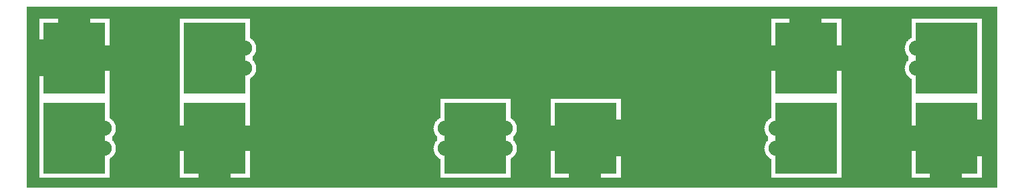
<source format=gtl>
G04 MADE WITH FRITZING*
G04 WWW.FRITZING.ORG*
G04 DOUBLE SIDED*
G04 HOLES PLATED*
G04 CONTOUR ON CENTER OF CONTOUR VECTOR*
%ASAXBY*%
%FSLAX23Y23*%
%MOIN*%
%OFA0B0*%
%SFA1.0B1.0*%
%ADD10C,0.075000*%
%ADD11C,0.075433*%
%ADD12R,0.311111X0.355556*%
%ADD13C,0.128000*%
%ADD14C,0.024000*%
%LNCOPPER1*%
G90*
G70*
G54D10*
X527Y804D03*
G54D11*
X427Y237D03*
X427Y337D03*
X1127Y637D03*
X1127Y737D03*
X2127Y237D03*
X2127Y337D03*
X3777Y337D03*
X3777Y237D03*
X4477Y637D03*
X4477Y737D03*
X2427Y337D03*
X2427Y237D03*
G54D12*
X977Y687D03*
X4627Y287D03*
X4627Y687D03*
X3927Y287D03*
X3927Y687D03*
X2827Y287D03*
X2277Y287D03*
X977Y287D03*
X277Y287D03*
X277Y687D03*
G54D13*
X1825Y286D02*
X1127Y287D01*
D02*
X2028Y688D02*
X1925Y589D01*
D02*
X2578Y688D02*
X2028Y688D01*
D02*
X2677Y287D02*
X2578Y286D01*
D02*
X2578Y286D02*
X2578Y688D01*
D02*
X2578Y688D02*
X3777Y687D01*
D02*
X4377Y286D02*
X4278Y386D01*
D02*
X4477Y287D02*
X4377Y286D01*
D02*
X4178Y688D02*
X4077Y688D01*
D02*
X727Y286D02*
X827Y287D01*
D02*
X427Y688D02*
X528Y688D01*
D02*
X528Y688D02*
X628Y589D01*
D02*
X1925Y386D02*
X1825Y286D01*
D02*
X1925Y589D02*
X1925Y386D01*
D02*
X628Y589D02*
X628Y386D01*
D02*
X628Y386D02*
X727Y286D01*
D02*
X4278Y386D02*
X4278Y589D01*
D02*
X4278Y589D02*
X4178Y688D01*
G54D14*
D02*
X3827Y287D02*
X3797Y317D01*
D02*
X3797Y258D02*
X3827Y287D01*
D02*
X2177Y287D02*
X2277Y287D01*
D02*
X2177Y287D02*
X2147Y317D01*
D02*
X2147Y258D02*
X2177Y287D01*
D02*
X4528Y687D02*
X4627Y687D01*
D02*
X4528Y687D02*
X4497Y717D01*
D02*
X4497Y657D02*
X4528Y687D01*
D02*
X3827Y287D02*
X3927Y287D01*
D02*
X377Y287D02*
X277Y287D01*
D02*
X377Y287D02*
X406Y317D01*
D02*
X406Y258D02*
X377Y287D01*
D02*
X1078Y687D02*
X977Y687D01*
D02*
X1078Y687D02*
X1107Y717D01*
D02*
X1107Y658D02*
X1078Y687D01*
D02*
X2375Y286D02*
X2406Y317D01*
D02*
X2277Y287D02*
X2375Y286D01*
D02*
X2277Y287D02*
X2375Y286D01*
D02*
X2375Y286D02*
X2406Y257D01*
G36*
X40Y944D02*
X40Y884D01*
X4802Y884D01*
X4802Y90D01*
X4880Y90D01*
X4880Y944D01*
X40Y944D01*
G37*
D02*
G36*
X40Y884D02*
X40Y90D01*
X102Y90D01*
X102Y884D01*
X40Y884D01*
G37*
D02*
G36*
X452Y884D02*
X452Y388D01*
X456Y388D01*
X456Y386D01*
X458Y386D01*
X458Y384D01*
X460Y384D01*
X460Y382D01*
X464Y382D01*
X464Y380D01*
X466Y380D01*
X466Y378D01*
X468Y378D01*
X468Y376D01*
X470Y376D01*
X470Y374D01*
X472Y374D01*
X472Y370D01*
X474Y370D01*
X474Y368D01*
X476Y368D01*
X476Y364D01*
X478Y364D01*
X478Y362D01*
X480Y362D01*
X480Y356D01*
X482Y356D01*
X482Y348D01*
X484Y348D01*
X484Y326D01*
X482Y326D01*
X482Y318D01*
X480Y318D01*
X480Y312D01*
X478Y312D01*
X478Y308D01*
X476Y308D01*
X476Y306D01*
X474Y306D01*
X474Y302D01*
X472Y302D01*
X472Y300D01*
X470Y300D01*
X470Y298D01*
X468Y298D01*
X468Y276D01*
X470Y276D01*
X470Y274D01*
X472Y274D01*
X472Y270D01*
X474Y270D01*
X474Y268D01*
X476Y268D01*
X476Y264D01*
X478Y264D01*
X478Y262D01*
X480Y262D01*
X480Y256D01*
X482Y256D01*
X482Y248D01*
X484Y248D01*
X484Y226D01*
X482Y226D01*
X482Y218D01*
X480Y218D01*
X480Y212D01*
X478Y212D01*
X478Y208D01*
X476Y208D01*
X476Y206D01*
X474Y206D01*
X474Y202D01*
X472Y202D01*
X472Y200D01*
X470Y200D01*
X470Y198D01*
X468Y198D01*
X468Y196D01*
X466Y196D01*
X466Y194D01*
X464Y194D01*
X464Y192D01*
X462Y192D01*
X462Y190D01*
X458Y190D01*
X458Y188D01*
X456Y188D01*
X456Y186D01*
X452Y186D01*
X452Y90D01*
X802Y90D01*
X802Y884D01*
X452Y884D01*
G37*
D02*
G36*
X1152Y884D02*
X1152Y788D01*
X1156Y788D01*
X1156Y786D01*
X1158Y786D01*
X1158Y784D01*
X1160Y784D01*
X1160Y782D01*
X1164Y782D01*
X1164Y780D01*
X1166Y780D01*
X1166Y778D01*
X1168Y778D01*
X1168Y776D01*
X1170Y776D01*
X1170Y774D01*
X1172Y774D01*
X1172Y770D01*
X1174Y770D01*
X1174Y768D01*
X1176Y768D01*
X1176Y764D01*
X1178Y764D01*
X1178Y762D01*
X1180Y762D01*
X1180Y756D01*
X1182Y756D01*
X1182Y748D01*
X1184Y748D01*
X1184Y726D01*
X1182Y726D01*
X1182Y718D01*
X1180Y718D01*
X1180Y712D01*
X1178Y712D01*
X1178Y708D01*
X1176Y708D01*
X1176Y706D01*
X1174Y706D01*
X1174Y702D01*
X1172Y702D01*
X1172Y700D01*
X1170Y700D01*
X1170Y698D01*
X1168Y698D01*
X1168Y676D01*
X1170Y676D01*
X1170Y674D01*
X1172Y674D01*
X1172Y670D01*
X1174Y670D01*
X1174Y668D01*
X1176Y668D01*
X1176Y664D01*
X1178Y664D01*
X1178Y662D01*
X1180Y662D01*
X1180Y656D01*
X1182Y656D01*
X1182Y648D01*
X1184Y648D01*
X1184Y626D01*
X1182Y626D01*
X1182Y618D01*
X1180Y618D01*
X1180Y612D01*
X1178Y612D01*
X1178Y608D01*
X1176Y608D01*
X1176Y606D01*
X1174Y606D01*
X1174Y602D01*
X1172Y602D01*
X1172Y600D01*
X1170Y600D01*
X1170Y598D01*
X1168Y598D01*
X1168Y596D01*
X1166Y596D01*
X1166Y594D01*
X1164Y594D01*
X1164Y592D01*
X1162Y592D01*
X1162Y590D01*
X1158Y590D01*
X1158Y588D01*
X1156Y588D01*
X1156Y586D01*
X1152Y586D01*
X1152Y484D01*
X3002Y484D01*
X3002Y90D01*
X3752Y90D01*
X3752Y186D01*
X3748Y186D01*
X3748Y188D01*
X3744Y188D01*
X3744Y190D01*
X3742Y190D01*
X3742Y192D01*
X3740Y192D01*
X3740Y194D01*
X3738Y194D01*
X3738Y196D01*
X3736Y196D01*
X3736Y198D01*
X3734Y198D01*
X3734Y200D01*
X3732Y200D01*
X3732Y202D01*
X3730Y202D01*
X3730Y204D01*
X3728Y204D01*
X3728Y208D01*
X3726Y208D01*
X3726Y212D01*
X3724Y212D01*
X3724Y216D01*
X3722Y216D01*
X3722Y222D01*
X3720Y222D01*
X3720Y236D01*
X3718Y236D01*
X3718Y238D01*
X3720Y238D01*
X3720Y252D01*
X3722Y252D01*
X3722Y258D01*
X3724Y258D01*
X3724Y262D01*
X3726Y262D01*
X3726Y266D01*
X3728Y266D01*
X3728Y270D01*
X3730Y270D01*
X3730Y272D01*
X3732Y272D01*
X3732Y274D01*
X3734Y274D01*
X3734Y276D01*
X3736Y276D01*
X3736Y298D01*
X3734Y298D01*
X3734Y300D01*
X3732Y300D01*
X3732Y302D01*
X3730Y302D01*
X3730Y304D01*
X3728Y304D01*
X3728Y308D01*
X3726Y308D01*
X3726Y312D01*
X3724Y312D01*
X3724Y316D01*
X3722Y316D01*
X3722Y322D01*
X3720Y322D01*
X3720Y336D01*
X3718Y336D01*
X3718Y338D01*
X3720Y338D01*
X3720Y352D01*
X3722Y352D01*
X3722Y358D01*
X3724Y358D01*
X3724Y362D01*
X3726Y362D01*
X3726Y366D01*
X3728Y366D01*
X3728Y370D01*
X3730Y370D01*
X3730Y372D01*
X3732Y372D01*
X3732Y374D01*
X3734Y374D01*
X3734Y376D01*
X3736Y376D01*
X3736Y378D01*
X3738Y378D01*
X3738Y380D01*
X3740Y380D01*
X3740Y382D01*
X3742Y382D01*
X3742Y384D01*
X3746Y384D01*
X3746Y386D01*
X3748Y386D01*
X3748Y388D01*
X3752Y388D01*
X3752Y884D01*
X1152Y884D01*
G37*
D02*
G36*
X4102Y884D02*
X4102Y90D01*
X4452Y90D01*
X4452Y586D01*
X4448Y586D01*
X4448Y588D01*
X4444Y588D01*
X4444Y590D01*
X4442Y590D01*
X4442Y592D01*
X4440Y592D01*
X4440Y594D01*
X4438Y594D01*
X4438Y596D01*
X4436Y596D01*
X4436Y598D01*
X4434Y598D01*
X4434Y600D01*
X4432Y600D01*
X4432Y602D01*
X4430Y602D01*
X4430Y604D01*
X4428Y604D01*
X4428Y608D01*
X4426Y608D01*
X4426Y612D01*
X4424Y612D01*
X4424Y616D01*
X4422Y616D01*
X4422Y622D01*
X4420Y622D01*
X4420Y636D01*
X4418Y636D01*
X4418Y638D01*
X4420Y638D01*
X4420Y652D01*
X4422Y652D01*
X4422Y658D01*
X4424Y658D01*
X4424Y662D01*
X4426Y662D01*
X4426Y666D01*
X4428Y666D01*
X4428Y670D01*
X4430Y670D01*
X4430Y672D01*
X4432Y672D01*
X4432Y674D01*
X4434Y674D01*
X4434Y676D01*
X4436Y676D01*
X4436Y698D01*
X4434Y698D01*
X4434Y700D01*
X4432Y700D01*
X4432Y702D01*
X4430Y702D01*
X4430Y704D01*
X4428Y704D01*
X4428Y708D01*
X4426Y708D01*
X4426Y712D01*
X4424Y712D01*
X4424Y716D01*
X4422Y716D01*
X4422Y722D01*
X4420Y722D01*
X4420Y736D01*
X4418Y736D01*
X4418Y738D01*
X4420Y738D01*
X4420Y752D01*
X4422Y752D01*
X4422Y758D01*
X4424Y758D01*
X4424Y762D01*
X4426Y762D01*
X4426Y766D01*
X4428Y766D01*
X4428Y770D01*
X4430Y770D01*
X4430Y772D01*
X4432Y772D01*
X4432Y774D01*
X4434Y774D01*
X4434Y776D01*
X4436Y776D01*
X4436Y778D01*
X4438Y778D01*
X4438Y780D01*
X4440Y780D01*
X4440Y782D01*
X4442Y782D01*
X4442Y784D01*
X4446Y784D01*
X4446Y786D01*
X4448Y786D01*
X4448Y788D01*
X4452Y788D01*
X4452Y884D01*
X4102Y884D01*
G37*
D02*
G36*
X1152Y484D02*
X1152Y90D01*
X2102Y90D01*
X2102Y186D01*
X2098Y186D01*
X2098Y188D01*
X2094Y188D01*
X2094Y190D01*
X2092Y190D01*
X2092Y192D01*
X2090Y192D01*
X2090Y194D01*
X2088Y194D01*
X2088Y196D01*
X2086Y196D01*
X2086Y198D01*
X2084Y198D01*
X2084Y200D01*
X2082Y200D01*
X2082Y202D01*
X2080Y202D01*
X2080Y204D01*
X2078Y204D01*
X2078Y208D01*
X2076Y208D01*
X2076Y212D01*
X2074Y212D01*
X2074Y216D01*
X2072Y216D01*
X2072Y222D01*
X2070Y222D01*
X2070Y236D01*
X2068Y236D01*
X2068Y238D01*
X2070Y238D01*
X2070Y252D01*
X2072Y252D01*
X2072Y258D01*
X2074Y258D01*
X2074Y262D01*
X2076Y262D01*
X2076Y266D01*
X2078Y266D01*
X2078Y270D01*
X2080Y270D01*
X2080Y272D01*
X2082Y272D01*
X2082Y274D01*
X2084Y274D01*
X2084Y276D01*
X2086Y276D01*
X2086Y298D01*
X2084Y298D01*
X2084Y300D01*
X2082Y300D01*
X2082Y302D01*
X2080Y302D01*
X2080Y304D01*
X2078Y304D01*
X2078Y308D01*
X2076Y308D01*
X2076Y312D01*
X2074Y312D01*
X2074Y316D01*
X2072Y316D01*
X2072Y322D01*
X2070Y322D01*
X2070Y336D01*
X2068Y336D01*
X2068Y338D01*
X2070Y338D01*
X2070Y352D01*
X2072Y352D01*
X2072Y358D01*
X2074Y358D01*
X2074Y362D01*
X2076Y362D01*
X2076Y366D01*
X2078Y366D01*
X2078Y370D01*
X2080Y370D01*
X2080Y372D01*
X2082Y372D01*
X2082Y374D01*
X2084Y374D01*
X2084Y376D01*
X2086Y376D01*
X2086Y378D01*
X2088Y378D01*
X2088Y380D01*
X2090Y380D01*
X2090Y382D01*
X2092Y382D01*
X2092Y384D01*
X2096Y384D01*
X2096Y386D01*
X2098Y386D01*
X2098Y388D01*
X2102Y388D01*
X2102Y484D01*
X1152Y484D01*
G37*
D02*
G36*
X2452Y484D02*
X2452Y388D01*
X2456Y388D01*
X2456Y386D01*
X2458Y386D01*
X2458Y384D01*
X2460Y384D01*
X2460Y382D01*
X2464Y382D01*
X2464Y380D01*
X2466Y380D01*
X2466Y378D01*
X2468Y378D01*
X2468Y376D01*
X2470Y376D01*
X2470Y374D01*
X2472Y374D01*
X2472Y370D01*
X2474Y370D01*
X2474Y368D01*
X2476Y368D01*
X2476Y364D01*
X2478Y364D01*
X2478Y362D01*
X2480Y362D01*
X2480Y356D01*
X2482Y356D01*
X2482Y348D01*
X2484Y348D01*
X2484Y326D01*
X2482Y326D01*
X2482Y318D01*
X2480Y318D01*
X2480Y312D01*
X2478Y312D01*
X2478Y308D01*
X2476Y308D01*
X2476Y306D01*
X2474Y306D01*
X2474Y302D01*
X2472Y302D01*
X2472Y300D01*
X2470Y300D01*
X2470Y298D01*
X2468Y298D01*
X2468Y276D01*
X2470Y276D01*
X2470Y274D01*
X2472Y274D01*
X2472Y270D01*
X2474Y270D01*
X2474Y268D01*
X2476Y268D01*
X2476Y264D01*
X2478Y264D01*
X2478Y262D01*
X2480Y262D01*
X2480Y256D01*
X2482Y256D01*
X2482Y248D01*
X2484Y248D01*
X2484Y226D01*
X2482Y226D01*
X2482Y218D01*
X2480Y218D01*
X2480Y212D01*
X2478Y212D01*
X2478Y208D01*
X2476Y208D01*
X2476Y206D01*
X2474Y206D01*
X2474Y202D01*
X2472Y202D01*
X2472Y200D01*
X2470Y200D01*
X2470Y198D01*
X2468Y198D01*
X2468Y196D01*
X2466Y196D01*
X2466Y194D01*
X2464Y194D01*
X2464Y192D01*
X2462Y192D01*
X2462Y190D01*
X2458Y190D01*
X2458Y188D01*
X2456Y188D01*
X2456Y186D01*
X2452Y186D01*
X2452Y90D01*
X2652Y90D01*
X2652Y484D01*
X2452Y484D01*
G37*
D02*
G36*
X40Y90D02*
X40Y88D01*
X4880Y88D01*
X4880Y90D01*
X40Y90D01*
G37*
D02*
G36*
X40Y90D02*
X40Y88D01*
X4880Y88D01*
X4880Y90D01*
X40Y90D01*
G37*
D02*
G36*
X40Y90D02*
X40Y88D01*
X4880Y88D01*
X4880Y90D01*
X40Y90D01*
G37*
D02*
G36*
X40Y90D02*
X40Y88D01*
X4880Y88D01*
X4880Y90D01*
X40Y90D01*
G37*
D02*
G36*
X40Y90D02*
X40Y88D01*
X4880Y88D01*
X4880Y90D01*
X40Y90D01*
G37*
D02*
G36*
X40Y90D02*
X40Y88D01*
X4880Y88D01*
X4880Y90D01*
X40Y90D01*
G37*
D02*
G36*
X40Y90D02*
X40Y88D01*
X4880Y88D01*
X4880Y90D01*
X40Y90D01*
G37*
D02*
G36*
X40Y88D02*
X40Y40D01*
X4880Y40D01*
X4880Y88D01*
X40Y88D01*
G37*
D02*
G36*
X195Y888D02*
X356Y888D01*
X356Y690D01*
X195Y690D01*
X195Y888D01*
G37*
D02*
G36*
X98Y780D02*
X274Y780D01*
X274Y597D01*
X98Y597D01*
X98Y780D01*
G37*
D02*
G36*
X895Y288D02*
X1056Y288D01*
X1056Y90D01*
X895Y90D01*
X895Y288D01*
G37*
D02*
G36*
X3843Y888D02*
X4004Y888D01*
X4004Y690D01*
X3843Y690D01*
X3843Y888D01*
G37*
D02*
G36*
X2743Y288D02*
X2904Y288D01*
X2904Y90D01*
X2743Y90D01*
X2743Y288D01*
G37*
D02*
G36*
X2824Y380D02*
X3002Y380D01*
X3002Y197D01*
X2824Y197D01*
X2824Y380D01*
G37*
D02*
G36*
X4543Y288D02*
X4704Y288D01*
X4704Y90D01*
X4543Y90D01*
X4543Y288D01*
G37*
D02*
G36*
X4624Y380D02*
X4802Y380D01*
X4802Y197D01*
X4624Y197D01*
X4624Y380D01*
G37*
D02*
G04 End of Copper1*
M02*
</source>
